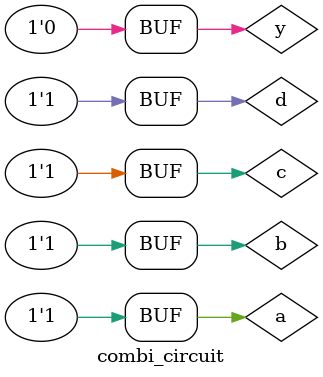
<source format=v>
module combi_circuit;

    reg a,b,c,d;  
    wire y; 

    assign y = (!( (a && b) && ( (b && c) || (c || d) ) ));

    initial begin
        $dumpfile("activity_num_one.vcd");  
        $dumpvars(0, combi_circuit);  
        
        a = 0; b = 0; c = 0; d = 0;
        #2
        a = 0; b = 0; c = 0; d = 1;
        #2
        a = 0; b = 0; c = 1; d = 0;
        #2
        a = 0; b = 0; c = 1; d = 1;
        #2
        a = 0; b = 1; c = 0; d = 0;
        #2
        a = 0; b = 1; c = 0; d = 1;
        #2
        a = 0; b = 1; c = 1; d = 0;
        #2
        a = 0; b = 1; c = 1; d = 1;
        #2
        a = 1; b = 0; c = 0; d = 0;
        #2
        a = 1; b = 0; c = 0; d = 1;
        #2
        a = 1; b = 0; c = 1; d = 0;
        #2
        a = 1; b = 0; c = 1; d = 1;
        #2
        a = 1; b = 1; c = 0; d = 0;
        #2
        a = 1; b = 1; c = 0; d = 1;
        #2
        a = 1; b = 1; c = 1; d = 0;
        #2
        a = 1; b = 1; c = 1; d = 1;
        #2;
    end
    
endmodule

//Keemchard Tamio
</source>
